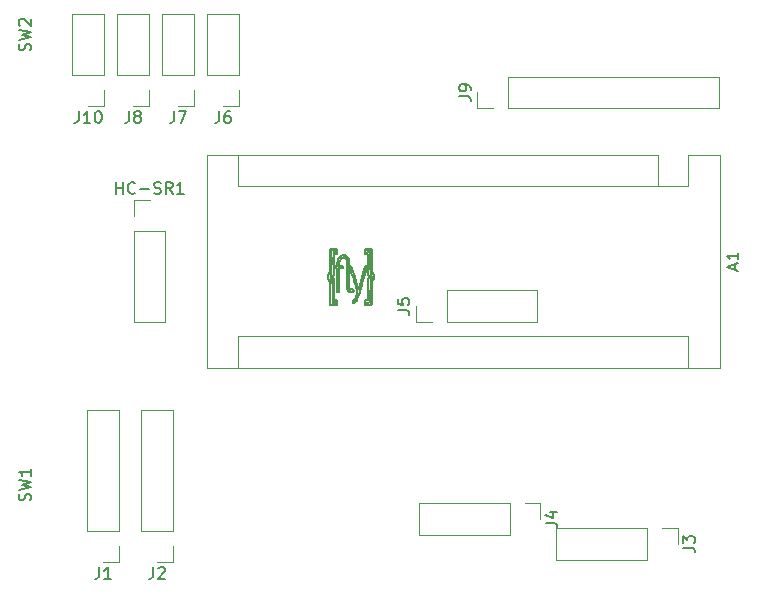
<source format=gbr>
G04 #@! TF.GenerationSoftware,KiCad,Pcbnew,(5.1.4-0-10_14)*
G04 #@! TF.CreationDate,2020-02-23T16:46:41+00:00*
G04 #@! TF.ProjectId,Bottom PCB,426f7474-6f6d-4205-9043-422e6b696361,rev?*
G04 #@! TF.SameCoordinates,Original*
G04 #@! TF.FileFunction,Legend,Top*
G04 #@! TF.FilePolarity,Positive*
%FSLAX46Y46*%
G04 Gerber Fmt 4.6, Leading zero omitted, Abs format (unit mm)*
G04 Created by KiCad (PCBNEW (5.1.4-0-10_14)) date 2020-02-23 16:46:41*
%MOMM*%
%LPD*%
G04 APERTURE LIST*
%ADD10C,0.120000*%
%ADD11C,0.200000*%
%ADD12C,0.150000*%
G04 APERTURE END LIST*
D10*
X150054000Y-94802000D02*
X150054000Y-93472000D01*
X151384000Y-94802000D02*
X150054000Y-94802000D01*
X152654000Y-94802000D02*
X152654000Y-92142000D01*
X152654000Y-92142000D02*
X160334000Y-92142000D01*
X152654000Y-94802000D02*
X160334000Y-94802000D01*
X160334000Y-94802000D02*
X160334000Y-92142000D01*
X160588000Y-110176000D02*
X160588000Y-111506000D01*
X159258000Y-110176000D02*
X160588000Y-110176000D01*
X157988000Y-110176000D02*
X157988000Y-112836000D01*
X157988000Y-112836000D02*
X150308000Y-112836000D01*
X157988000Y-110176000D02*
X150308000Y-110176000D01*
X150308000Y-110176000D02*
X150308000Y-112836000D01*
X175771000Y-98682000D02*
X175771000Y-80642000D01*
X132331000Y-98682000D02*
X175771000Y-98682000D01*
X132331000Y-80642000D02*
X132331000Y-98682000D01*
X135001000Y-83312000D02*
X135001000Y-80642000D01*
X170561000Y-83312000D02*
X135001000Y-83312000D01*
X170561000Y-83312000D02*
X170561000Y-80642000D01*
X135001000Y-96012000D02*
X135001000Y-98682000D01*
X173101000Y-96012000D02*
X135001000Y-96012000D01*
X173101000Y-96012000D02*
X173101000Y-98682000D01*
X175771000Y-80642000D02*
X173101000Y-80642000D01*
X170561000Y-80642000D02*
X132331000Y-80642000D01*
X173101000Y-83312000D02*
X173101000Y-80642000D01*
X170561000Y-83312000D02*
X173101000Y-83312000D01*
X142856000Y-90732000D02*
X142856000Y-91542000D01*
X142816000Y-91252000D02*
X142856000Y-90732000D01*
X142746000Y-91002000D02*
X142816000Y-91252000D01*
X143066000Y-88932000D02*
X142746000Y-91002000D01*
X143006000Y-88832000D02*
X143066000Y-88932000D01*
X143006000Y-93112000D02*
X143006000Y-88832000D01*
X143076000Y-93142000D02*
X143006000Y-93112000D01*
X143176000Y-93172000D02*
X143076000Y-93142000D01*
X143026000Y-93212000D02*
X143176000Y-93172000D01*
X143026000Y-93072000D02*
X143026000Y-93212000D01*
X143246000Y-93072000D02*
X143026000Y-93072000D01*
X143246000Y-93282000D02*
X143246000Y-93072000D01*
X142926000Y-93312000D02*
X143246000Y-93282000D01*
X142906000Y-88742000D02*
X142926000Y-93312000D01*
X143056000Y-88732000D02*
X142906000Y-88742000D01*
X143136000Y-88982000D02*
X143056000Y-88732000D01*
X143146000Y-88642000D02*
X143136000Y-88982000D01*
X143236000Y-88952000D02*
X143146000Y-88642000D01*
X143236000Y-88662000D02*
X143236000Y-88952000D01*
X146336000Y-91162000D02*
X146386000Y-90822000D01*
X146296000Y-90652000D02*
X146336000Y-91162000D01*
X146266000Y-91242000D02*
X146296000Y-90652000D01*
X146236000Y-90652000D02*
X146266000Y-91242000D01*
X146226000Y-93192000D02*
X146096000Y-89362000D01*
X146076000Y-93152000D02*
X146226000Y-93192000D01*
X146136000Y-91112000D02*
X146076000Y-93152000D01*
X146156000Y-93162000D02*
X146136000Y-91112000D01*
X146106000Y-89322000D02*
X146046000Y-88972000D01*
X146186000Y-88792000D02*
X146106000Y-89322000D01*
X145856000Y-88932000D02*
X146186000Y-88792000D01*
X146216000Y-88902000D02*
X145856000Y-88932000D01*
X145856000Y-88852000D02*
X146216000Y-88902000D01*
X146146000Y-88752000D02*
X145856000Y-88852000D01*
X145866000Y-88732000D02*
X146146000Y-88752000D01*
X146186000Y-88592000D02*
X145866000Y-88732000D01*
X146226000Y-93042000D02*
X146186000Y-88592000D01*
X145856000Y-93092000D02*
X146226000Y-93042000D01*
X146206000Y-93142000D02*
X145856000Y-93092000D01*
X145866000Y-93172000D02*
X146206000Y-93142000D01*
X146226000Y-93272000D02*
X145866000Y-93172000D01*
X145816000Y-93262000D02*
X146226000Y-93272000D01*
X144816000Y-93072000D02*
X145006000Y-92932000D01*
X144936000Y-92972000D02*
X144816000Y-93072000D01*
X145216000Y-92222000D02*
X144936000Y-92972000D01*
X145166000Y-91892000D02*
X145216000Y-92222000D01*
X144696000Y-92202000D02*
X144786000Y-92112000D01*
X144696000Y-92162000D02*
X144696000Y-92202000D01*
X144456000Y-92162000D02*
X144696000Y-92162000D01*
X144526000Y-92202000D02*
X144456000Y-92162000D01*
X144346000Y-92042000D02*
X144526000Y-92202000D01*
X144196000Y-89402000D02*
X144346000Y-92042000D01*
X143996000Y-89202000D02*
X144196000Y-89402000D01*
X143866000Y-89272000D02*
X143996000Y-89202000D01*
X143646000Y-89382000D02*
X143866000Y-89272000D01*
X143486000Y-90022000D02*
X143646000Y-89382000D01*
X143496000Y-90432000D02*
X143486000Y-90022000D01*
D11*
X142774282Y-90510160D02*
X142767879Y-90548140D01*
X142778893Y-90455200D02*
X142774282Y-90510160D01*
X142782148Y-90374200D02*
X142778893Y-90455200D01*
X142789797Y-88936700D02*
X142786976Y-89221640D01*
X142784209Y-90258160D02*
X142782148Y-90374200D01*
X142785348Y-90097950D02*
X142784209Y-90258160D01*
X146421363Y-91231680D02*
X146435473Y-91219680D01*
X146404973Y-91246540D02*
X146421363Y-91231680D01*
X146390763Y-91262110D02*
X146404973Y-91246540D01*
X146378613Y-91280180D02*
X146390763Y-91262110D01*
X146368363Y-91302590D02*
X146378613Y-91280180D01*
X146327553Y-89323851D02*
X146327073Y-89113570D01*
X146327663Y-89527140D02*
X146327553Y-89323851D01*
X146327663Y-89594910D02*
X146327663Y-89527140D01*
X146327663Y-89642700D02*
X146327663Y-89594910D01*
X146455433Y-90746270D02*
X146446003Y-90741110D01*
X146494333Y-90768520D02*
X146455433Y-90746270D01*
X146494333Y-91168530D02*
X146494333Y-90768520D01*
X146440193Y-91215730D02*
X146494333Y-91168530D01*
X146435473Y-91219680D02*
X146440193Y-91215730D01*
X146338513Y-90507500D02*
X146335863Y-90448790D01*
X146339933Y-90529470D02*
X146338513Y-90507500D01*
X146341553Y-90536590D02*
X146339933Y-90529470D01*
X146345683Y-90554160D02*
X146341553Y-90536590D01*
X146362663Y-90605860D02*
X146345683Y-90554160D01*
X146390653Y-90667990D02*
X146362663Y-90605860D01*
X146422613Y-90716810D02*
X146390653Y-90667990D01*
X146446003Y-90741110D02*
X146422613Y-90716810D01*
X142785837Y-89884520D02*
X142785348Y-90097950D01*
X142786000Y-89677700D02*
X142785837Y-89884520D01*
X146323973Y-88842090D02*
X146320943Y-88764450D01*
X146325933Y-88955740D02*
X146323973Y-88842090D01*
X146327073Y-89113570D02*
X146325933Y-88955740D01*
X146327893Y-89786200D02*
X146327663Y-89642700D01*
X146328643Y-89960740D02*
X146327893Y-89786200D01*
X146329833Y-90116450D02*
X146328643Y-89960740D01*
X146331463Y-90251100D02*
X146329833Y-90116450D01*
X146333473Y-90362590D02*
X146331463Y-90251100D01*
X146335863Y-90448790D02*
X146333473Y-90362590D01*
X146359733Y-91331290D02*
X146368363Y-91302590D01*
X146352683Y-91368020D02*
X146359733Y-91331290D01*
X146346933Y-91414670D02*
X146352683Y-91368020D01*
X142794191Y-88756250D02*
X142789797Y-88936700D01*
X144430413Y-90101850D02*
X144430413Y-90101850D01*
X144429443Y-90099570D02*
X144430413Y-90101850D01*
X144429663Y-90091540D02*
X144429443Y-90099570D01*
X144440293Y-90085140D02*
X144429663Y-90091540D01*
X144465733Y-90081880D02*
X144440293Y-90085140D01*
X144498623Y-90081020D02*
X144465733Y-90081880D01*
X144509643Y-90081020D02*
X144498623Y-90081020D01*
X144598503Y-90081020D02*
X144509643Y-90081020D01*
X144895693Y-91032410D02*
X144598503Y-90081020D01*
X144910683Y-91080200D02*
X144895693Y-91032410D01*
X144955703Y-91223750D02*
X144910683Y-91080200D01*
X145011973Y-91402630D02*
X144955703Y-91223750D01*
X145063293Y-91564960D02*
X145011973Y-91402630D01*
X145108373Y-91706880D02*
X145063293Y-91564960D01*
X145145973Y-91824350D02*
X145108373Y-91706880D01*
X145174773Y-91913430D02*
X145145973Y-91824350D01*
X145193663Y-91970230D02*
X145174773Y-91913430D01*
X145200223Y-91990030D02*
X145193663Y-91970230D01*
X145201253Y-91990740D02*
X145200223Y-91990030D01*
X145201253Y-91990740D02*
X145201253Y-91990740D01*
X145207983Y-91972730D02*
X145201253Y-91990740D01*
X145225463Y-91918310D02*
X145207983Y-91972730D01*
X145252363Y-91831290D02*
X145225463Y-91918310D01*
X145287513Y-91715560D02*
X145252363Y-91831290D01*
X145329833Y-91575040D02*
X145287513Y-91715560D01*
X145378013Y-91413590D02*
X145329833Y-91575040D01*
X145430913Y-91235100D02*
X145378013Y-91413590D01*
X145473273Y-91091430D02*
X145430913Y-91235100D01*
X145487393Y-91043530D02*
X145473273Y-91091430D01*
X145766583Y-90087960D02*
X145487393Y-91043530D01*
X145845733Y-90083780D02*
X145766583Y-90087960D01*
X145853333Y-90083290D02*
X145845733Y-90083780D01*
X145876223Y-90082920D02*
X145853333Y-90083290D01*
X145901403Y-90084270D02*
X145876223Y-90082920D01*
X145918543Y-90087470D02*
X145901403Y-90084270D01*
X145924893Y-90090950D02*
X145918543Y-90087470D01*
X145924893Y-90092140D02*
X145924893Y-90090950D01*
X145924893Y-90100170D02*
X145924893Y-90092140D01*
X145916043Y-90124250D02*
X145924893Y-90100170D01*
X145890823Y-90211450D02*
X145916043Y-90124250D01*
X145850893Y-90347670D02*
X145890823Y-90211450D01*
X145798153Y-90526970D02*
X145850893Y-90347670D01*
X145734293Y-90743340D02*
X145798153Y-90526970D01*
X145661223Y-90990740D02*
X145734293Y-90743340D01*
X145580593Y-91263140D02*
X145661223Y-90990740D01*
X145515873Y-91481780D02*
X145580593Y-91263140D01*
X145494333Y-91554660D02*
X145515873Y-91481780D01*
X145466123Y-91649430D02*
X145494333Y-91554660D01*
X145381203Y-91933820D02*
X145466123Y-91649430D01*
X145286763Y-92248660D02*
X145381203Y-91933820D01*
X145209393Y-92503976D02*
X145286763Y-92248660D01*
X145147593Y-92704769D02*
X145209393Y-92503976D01*
X145099803Y-92855865D02*
X145147593Y-92704769D01*
X145064433Y-92962201D02*
X145099803Y-92855865D01*
X145039963Y-93028662D02*
X145064433Y-92962201D01*
X145029823Y-93053131D02*
X145039963Y-93028662D01*
X145024873Y-93060183D02*
X145029823Y-93053131D01*
X145010983Y-93079932D02*
X145024873Y-93060183D01*
X144926623Y-93148887D02*
X145010983Y-93079932D01*
X144829453Y-93178239D02*
X144926623Y-93148887D01*
X144797123Y-93178239D02*
X144829453Y-93178239D01*
X144716553Y-93178239D02*
X144797123Y-93178239D01*
X144716553Y-92976850D02*
X144716553Y-93178239D01*
X144772113Y-92975439D02*
X144716553Y-92976850D01*
X144785233Y-92974951D02*
X144772113Y-92975439D01*
X144824473Y-92967410D02*
X144785233Y-92974951D01*
X144865153Y-92945546D02*
X144824473Y-92967410D01*
X144897483Y-92907082D02*
X144865153Y-92945546D01*
X144919193Y-92864003D02*
X144897483Y-92907082D01*
X144924893Y-92849083D02*
X144919193Y-92864003D01*
X144930693Y-92833404D02*
X144924893Y-92849083D01*
X144946973Y-92785986D02*
X144930693Y-92833404D01*
X144974153Y-92703142D02*
X144946973Y-92785986D01*
X145003983Y-92608794D02*
X144974153Y-92703142D01*
X145033893Y-92511029D02*
X145003983Y-92608794D01*
X145061503Y-92418039D02*
X145033893Y-92511029D01*
X145084233Y-92337910D02*
X145061503Y-92418039D01*
X145099693Y-92278880D02*
X145084233Y-92337910D01*
X145105443Y-92256530D02*
X145099693Y-92278880D01*
X145105443Y-92249090D02*
X145105443Y-92256530D01*
X145105443Y-92242420D02*
X145105443Y-92249090D01*
X145098273Y-92222460D02*
X145105443Y-92242420D01*
X145078043Y-92154750D02*
X145098273Y-92222460D01*
X145046583Y-92051720D02*
X145078043Y-92154750D01*
X145005623Y-91919020D02*
X145046583Y-92051720D01*
X144956963Y-91762430D02*
X145005623Y-91919020D01*
X144902483Y-91587740D02*
X144956963Y-91762430D01*
X144843893Y-91400570D02*
X144902483Y-91587740D01*
X144783013Y-91206720D02*
X144843893Y-91400570D01*
X144721713Y-91011850D02*
X144783013Y-91206720D01*
X144661703Y-90821740D02*
X144721713Y-91011850D01*
X144604793Y-90642160D02*
X144661703Y-90821740D01*
X144552873Y-90478750D02*
X144604793Y-90642160D01*
X144507683Y-90337250D02*
X144552873Y-90478750D01*
X144470943Y-90223490D02*
X144507683Y-90337250D01*
X144444643Y-90143090D02*
X144470943Y-90223490D01*
X144434273Y-90111990D02*
X144444643Y-90143090D01*
X144430413Y-90101850D02*
X144434273Y-90111990D01*
X143723503Y-89196310D02*
X143723503Y-89196310D01*
X143733643Y-89191530D02*
X143723503Y-89196310D01*
X143764843Y-89178840D02*
X143733643Y-89191530D01*
X143804233Y-89169340D02*
X143764843Y-89178840D01*
X143855333Y-89166360D02*
X143804233Y-89169340D01*
X143912733Y-89167660D02*
X143855333Y-89166360D01*
X143931833Y-89168530D02*
X143912733Y-89167660D01*
X143949463Y-89168960D02*
X143931833Y-89168530D01*
X144002473Y-89171780D02*
X143949463Y-89168960D01*
X144054553Y-89178070D02*
X144002473Y-89171780D01*
X144094863Y-89188220D02*
X144054553Y-89178070D01*
X144121833Y-89198910D02*
X144094863Y-89188220D01*
X144130463Y-89203250D02*
X144121833Y-89198910D01*
X144145973Y-89211390D02*
X144130463Y-89203250D01*
X144189653Y-89241660D02*
X144145973Y-89211390D01*
X144245843Y-89291790D02*
X144189653Y-89241660D01*
X144295053Y-89349740D02*
X144245843Y-89291790D01*
X144325113Y-89395361D02*
X144295053Y-89349740D01*
X144333193Y-89411590D02*
X144325113Y-89395361D01*
X144336623Y-89418310D02*
X144333193Y-89411590D01*
X144346653Y-89438660D02*
X144336623Y-89418310D01*
X144358433Y-89464920D02*
X144346653Y-89438660D01*
X144368733Y-89492160D02*
X144358433Y-89464920D01*
X144377583Y-89522310D02*
X144368733Y-89492160D01*
X144385073Y-89557200D02*
X144377583Y-89522310D01*
X144391363Y-89598700D02*
X144385073Y-89557200D01*
X144396513Y-89648670D02*
X144391363Y-89598700D01*
X144400753Y-89708950D02*
X144396513Y-89648670D01*
X144404003Y-89781430D02*
X144400753Y-89708950D01*
X144406503Y-89867960D02*
X144404003Y-89781430D01*
X144408343Y-89970450D02*
X144406503Y-89867960D01*
X144409543Y-90090670D02*
X144408343Y-89970450D01*
X144410343Y-90230540D02*
X144409543Y-90090670D01*
X144410773Y-90391890D02*
X144410343Y-90230540D01*
X144410943Y-90576630D02*
X144410773Y-90391890D01*
X144411003Y-90734070D02*
X144410943Y-90576630D01*
X144411003Y-90786590D02*
X144411003Y-90734070D01*
X144411003Y-90839320D02*
X144411003Y-90786590D01*
X144411003Y-90997680D02*
X144411003Y-90839320D01*
X144411113Y-91182360D02*
X144411003Y-90997680D01*
X144411483Y-91342410D02*
X144411113Y-91182360D01*
X144412253Y-91479780D02*
X144411483Y-91342410D01*
X144413443Y-91596320D02*
X144412253Y-91479780D01*
X144415233Y-91693860D02*
X144413443Y-91596320D01*
X144417723Y-91774380D02*
X144415233Y-91693860D01*
X144421043Y-91839700D02*
X144417723Y-91774380D01*
X144425323Y-91891670D02*
X144421043Y-91839700D01*
X144430643Y-91932200D02*
X144425323Y-91891670D01*
X144437153Y-91963240D02*
X144430643Y-91932200D01*
X144444963Y-91986560D02*
X144437153Y-91963240D01*
X144454183Y-92004090D02*
X144444963Y-91986560D01*
X144464933Y-92017700D02*
X144454183Y-92004090D01*
X144477343Y-92029310D02*
X144464933Y-92017700D01*
X144487983Y-92037880D02*
X144477343Y-92029310D01*
X144491573Y-92040760D02*
X144487983Y-92037880D01*
X144496833Y-92044670D02*
X144491573Y-92040760D01*
X144513803Y-92054920D02*
X144496833Y-92044670D01*
X144536483Y-92062790D02*
X144513803Y-92054920D01*
X144565143Y-92065120D02*
X144536483Y-92062790D01*
X144595403Y-92063820D02*
X144565143Y-92065120D01*
X144605443Y-92062950D02*
X144595403Y-92063820D01*
X144615863Y-92061870D02*
X144605443Y-92062950D01*
X144670003Y-92054600D02*
X144615863Y-92061870D01*
X144713083Y-92047330D02*
X144670003Y-92054600D01*
X144717973Y-92046290D02*
X144713083Y-92047330D01*
X144723123Y-92044880D02*
X144717973Y-92046290D01*
X144739233Y-92042390D02*
X144723123Y-92044880D01*
X144752153Y-92048360D02*
X144739233Y-92042390D01*
X144761093Y-92068920D02*
X144752153Y-92048360D01*
X144768413Y-92098760D02*
X144761093Y-92068920D01*
X144770693Y-92108790D02*
X144768413Y-92098760D01*
X144772653Y-92117910D02*
X144770693Y-92108790D01*
X144778233Y-92145360D02*
X144772653Y-92117910D01*
X144783013Y-92173790D02*
X144778233Y-92145360D01*
X144784643Y-92195330D02*
X144783013Y-92173790D01*
X144782843Y-92211390D02*
X144784643Y-92195330D01*
X144777263Y-92223160D02*
X144782843Y-92211390D01*
X144767553Y-92232000D02*
X144777263Y-92223160D01*
X144753443Y-92239270D02*
X144767553Y-92232000D01*
X144739343Y-92244640D02*
X144753443Y-92239270D01*
X144734623Y-92246270D02*
X144739343Y-92244640D01*
X144718453Y-92251320D02*
X144734623Y-92246270D01*
X144668163Y-92260490D02*
X144718453Y-92251320D01*
X144583523Y-92270580D02*
X144668163Y-92260490D01*
X144502583Y-92274380D02*
X144583523Y-92270580D01*
X144458903Y-92273020D02*
X144502583Y-92274380D01*
X144447143Y-92269930D02*
X144458903Y-92273020D01*
X144435473Y-92267050D02*
X144447143Y-92269930D01*
X144402753Y-92249580D02*
X144435473Y-92267050D01*
X144358053Y-92212420D02*
X144402753Y-92249580D01*
X144317193Y-92163050D02*
X144358053Y-92212420D01*
X144291373Y-92120890D02*
X144317193Y-92163050D01*
X144284583Y-92106030D02*
X144291373Y-92120890D01*
X144251273Y-92032410D02*
X144284583Y-92106030D01*
X144244333Y-90844910D02*
X144251273Y-92032410D01*
X144243843Y-90769380D02*
X144244333Y-90844910D01*
X144242163Y-90542820D02*
X144243843Y-90769380D01*
X144239833Y-90288860D02*
X144242163Y-90542820D01*
X144237273Y-90079990D02*
X144239833Y-90288860D01*
X144234403Y-89913270D02*
X144237273Y-90079990D01*
X144231263Y-89785770D02*
X144234403Y-89913270D01*
X144227733Y-89694520D02*
X144231263Y-89785770D01*
X144223723Y-89636460D02*
X144227733Y-89694520D01*
X144221543Y-89615310D02*
X144223723Y-89636460D01*
X144219323Y-89608790D02*
X144221543Y-89615310D01*
X144212593Y-89588990D02*
X144219323Y-89608790D01*
X144185083Y-89532090D02*
X144212593Y-89588990D01*
X144140163Y-89468340D02*
X144185083Y-89532090D01*
X144086723Y-89418420D02*
X144140163Y-89468340D01*
X144026943Y-89383270D02*
X144086723Y-89418420D01*
X143962973Y-89363781D02*
X144026943Y-89383270D01*
X143897053Y-89360910D02*
X143962973Y-89363781D01*
X143831303Y-89375610D02*
X143897053Y-89360910D01*
X143782473Y-89398671D02*
X143831303Y-89375610D01*
X143767933Y-89408820D02*
X143782473Y-89398671D01*
X143743953Y-89425790D02*
X143767933Y-89408820D01*
X143687363Y-89498340D02*
X143743953Y-89425790D01*
X143622593Y-89633590D02*
X143687363Y-89498340D01*
X143579457Y-89798790D02*
X143622593Y-89633590D01*
X143563777Y-89933390D02*
X143579457Y-89798790D01*
X143563777Y-89978270D02*
X143563777Y-89933390D01*
X143563777Y-90081020D02*
X143563777Y-89978270D01*
X143911003Y-90081020D02*
X143563777Y-90081020D01*
X143911003Y-90261570D02*
X143911003Y-90081020D01*
X143563777Y-90261570D02*
X143911003Y-90261570D01*
X143563777Y-92247680D02*
X143563777Y-90261570D01*
X143397111Y-92247680D02*
X143563777Y-92247680D01*
X143397111Y-90261570D02*
X143397111Y-92247680D01*
X143174889Y-90261570D02*
X143397111Y-90261570D01*
X143174889Y-90081020D02*
X143174889Y-90261570D01*
X143397111Y-90081020D02*
X143174889Y-90081020D01*
X143397111Y-89986560D02*
X143397111Y-90081020D01*
X143397111Y-89945060D02*
X143397111Y-89986560D01*
X143406008Y-89820540D02*
X143397111Y-89945060D01*
X143430965Y-89658600D02*
X143406008Y-89820540D01*
X143469159Y-89514070D02*
X143430965Y-89658600D01*
X143502797Y-89427160D02*
X143469159Y-89514070D01*
X143517933Y-89400460D02*
X143502797Y-89427160D01*
X143527373Y-89383480D02*
X143517933Y-89400460D01*
X143560576Y-89335310D02*
X143527373Y-89383480D01*
X143610273Y-89278560D02*
X143560576Y-89335310D01*
X143665173Y-89231680D02*
X143610273Y-89278560D01*
X143708253Y-89203790D02*
X143665173Y-89231680D01*
X143723503Y-89196310D02*
X143708253Y-89203790D01*
X145758223Y-88837960D02*
X145758223Y-88837960D01*
X145758223Y-88608790D02*
X145758223Y-88837960D01*
X146019343Y-88611560D02*
X145758223Y-88608790D01*
X146279053Y-88615740D02*
X146019343Y-88611560D01*
X146302653Y-88664350D02*
X146279053Y-88615740D01*
X146305043Y-88668910D02*
X146302653Y-88664350D01*
X146310473Y-88683770D02*
X146305043Y-88668910D01*
X146316483Y-88714420D02*
X146310473Y-88683770D01*
X146320943Y-88764450D02*
X146316483Y-88714420D01*
X142817087Y-88649750D02*
X142801950Y-88677210D01*
X146327983Y-92317670D02*
X146329123Y-92173460D01*
X146327663Y-92365740D02*
X146327983Y-92317670D01*
X146327073Y-92448747D02*
X146327663Y-92365740D01*
X146325163Y-92697879D02*
X146327073Y-92448747D01*
X146322513Y-92948964D02*
X146325163Y-92697879D01*
X146319043Y-93130658D02*
X146322513Y-92948964D01*
X146313943Y-93254574D02*
X146319043Y-93130658D01*
X146306513Y-93332428D02*
X146313943Y-93254574D01*
X146296193Y-93375830D02*
X146306513Y-93332428D01*
X142740535Y-91305410D02*
X142758711Y-91354560D01*
X142714602Y-91253920D02*
X142740535Y-91305410D01*
X142685793Y-91216980D02*
X142714602Y-91253920D01*
X142662735Y-91198700D02*
X142685793Y-91216980D01*
X142654055Y-91194890D02*
X142662735Y-91198700D01*
X142770266Y-91400290D02*
X142775421Y-91442180D01*
X142765818Y-91378381D02*
X142770266Y-91400290D01*
X142763755Y-91371271D02*
X142765818Y-91378381D01*
X142758711Y-91354560D02*
X142763755Y-91371271D01*
X142795386Y-93320221D02*
X142808190Y-93352881D01*
X142794355Y-93314361D02*
X142795386Y-93320221D01*
X142793269Y-93308447D02*
X142794355Y-93314361D01*
X142792782Y-93287126D02*
X142793269Y-93308447D01*
X142791262Y-93225819D02*
X142792782Y-93287126D01*
X142789851Y-93134239D02*
X142791262Y-93225819D01*
X142788604Y-93016401D02*
X142789851Y-93134239D01*
X142787519Y-92876156D02*
X142788604Y-93016401D01*
X142786705Y-92717464D02*
X142787519Y-92876156D01*
X142786162Y-92544179D02*
X142786705Y-92717464D01*
X142786000Y-92406161D02*
X142786162Y-92544179D01*
X142786000Y-92360210D02*
X142786000Y-92406161D01*
X142786000Y-92293200D02*
X142786000Y-92360210D01*
X143122589Y-91295210D02*
X143113311Y-91207160D01*
X143128448Y-91418790D02*
X143122589Y-91295210D01*
X143131593Y-91589530D02*
X143128448Y-91418790D01*
X143132951Y-91818920D02*
X143131593Y-91589530D01*
X143081247Y-91091490D02*
X143063180Y-91053290D01*
X143099802Y-91143090D02*
X143081247Y-91091490D01*
X143113311Y-91207160D02*
X143099802Y-91143090D01*
X143112389Y-93414350D02*
X143369333Y-93414350D01*
X143076907Y-93414350D02*
X143112389Y-93414350D01*
X142970462Y-93413645D02*
X143076907Y-93414350D01*
X143085695Y-88608790D02*
X142997316Y-88609820D01*
X143115155Y-88608790D02*
X143085695Y-88608790D01*
X143369333Y-88608790D02*
X143115155Y-88608790D01*
X143369333Y-89067130D02*
X143369333Y-88608790D01*
X143133222Y-89067130D02*
X143369333Y-89067130D01*
X143133222Y-89868500D02*
X143133222Y-89067130D01*
X143133222Y-89940670D02*
X143133222Y-89868500D01*
X143132897Y-90157180D02*
X143133222Y-89940670D01*
X143131431Y-90379310D02*
X143132897Y-90157180D01*
X143128068Y-90545530D02*
X143131431Y-90379310D01*
X143122099Y-90666570D02*
X143128068Y-90545530D01*
X143112714Y-90753000D02*
X143122099Y-90666570D01*
X145981153Y-90146880D02*
X145982773Y-90366340D01*
X145980553Y-89932850D02*
X145981153Y-90146880D01*
X145980443Y-89861560D02*
X145980553Y-89932850D01*
X145980443Y-89067130D02*
X145980443Y-89861560D01*
X146333693Y-91737210D02*
X146335913Y-91632500D01*
X146331953Y-91861020D02*
X146333693Y-91737210D01*
X146330483Y-92005820D02*
X146331953Y-91861020D01*
X146329123Y-92173460D02*
X146330483Y-92005820D01*
X145982183Y-91595220D02*
X145980723Y-91826180D01*
X145985543Y-91421890D02*
X145982183Y-91595220D01*
X145991513Y-91295420D02*
X145985543Y-91421890D01*
X142797773Y-88688980D02*
X142794191Y-88756250D01*
X142619333Y-91178240D02*
X142654055Y-91194890D01*
X142619333Y-90971320D02*
X142619333Y-91178240D01*
X142619333Y-90955100D02*
X142619333Y-90971320D01*
X142619441Y-90906490D02*
X142619333Y-90955100D01*
X142619929Y-90856570D02*
X142619441Y-90906490D01*
X142621123Y-90819460D02*
X142619929Y-90856570D01*
X142623293Y-90793140D02*
X142621123Y-90819460D01*
X142626711Y-90775570D02*
X142623293Y-90793140D01*
X142631594Y-90764670D02*
X142626711Y-90775570D01*
X142638321Y-90758320D02*
X142631594Y-90764670D01*
X142644832Y-90755340D02*
X142638321Y-90758320D01*
X142647110Y-90754630D02*
X142644832Y-90755340D01*
X142655248Y-90751980D02*
X142647110Y-90754630D01*
X142676950Y-90735250D02*
X142655248Y-90751980D01*
X142707006Y-90697660D02*
X142676950Y-90735250D01*
X142735164Y-90644430D02*
X142707006Y-90697660D01*
X142754478Y-90595070D02*
X142735164Y-90644430D01*
X142759633Y-90578250D02*
X142754478Y-90595070D01*
X142837377Y-88625450D02*
X142834232Y-88627840D01*
X142782148Y-91592790D02*
X142784047Y-91715720D01*
X142779326Y-91503980D02*
X142782148Y-91592790D01*
X142775421Y-91442180D02*
X142779326Y-91503980D01*
X142761965Y-90570820D02*
X142759633Y-90578250D01*
X142767879Y-90548140D02*
X142761965Y-90570820D01*
X146000963Y-90737430D02*
X146014023Y-90801390D01*
X145991893Y-90650780D02*
X146000963Y-90737430D01*
X145986083Y-90530670D02*
X145991893Y-90650780D01*
X145982773Y-90366340D02*
X145986083Y-90530670D01*
X143099205Y-90815560D02*
X143112714Y-90753000D01*
X143080814Y-90864860D02*
X143099205Y-90815560D01*
X143063180Y-90900090D02*
X143080814Y-90864860D01*
X146000903Y-91205040D02*
X145991513Y-91295420D01*
X146014403Y-91140100D02*
X146000903Y-91205040D01*
X142890655Y-93410173D02*
X142970462Y-93413645D01*
X142851212Y-93401438D02*
X142890655Y-93410173D01*
X142834773Y-93389991D02*
X142851212Y-93401438D01*
X142830433Y-93385162D02*
X142834773Y-93389991D01*
X142826582Y-93381310D02*
X142830433Y-93385162D01*
X142808190Y-93352881D02*
X142826582Y-93381310D01*
X145758223Y-92956017D02*
X145758223Y-93414350D01*
X145980443Y-92956017D02*
X145758223Y-92956017D01*
X142801950Y-88677210D02*
X142799889Y-88682420D01*
X142799889Y-88682420D02*
X142797773Y-88688980D01*
X145758223Y-89067130D02*
X145980443Y-89067130D01*
X145758223Y-88837960D02*
X145758223Y-89067130D01*
X142837377Y-88625450D02*
X142837377Y-88625450D01*
X142841501Y-88622630D02*
X142837377Y-88625450D01*
X142862226Y-88618130D02*
X142841501Y-88622630D01*
X142914255Y-88612920D02*
X142862226Y-88618130D01*
X142997316Y-88609820D02*
X142914255Y-88612920D01*
X145980443Y-92125450D02*
X145980443Y-92956017D01*
X145980443Y-92050630D02*
X145980443Y-92125450D01*
X145980723Y-91826180D02*
X145980443Y-92050630D01*
X142834232Y-88627840D02*
X142817087Y-88649750D01*
X146023843Y-93414350D02*
X146095793Y-93413591D01*
X145999863Y-93414350D02*
X146023843Y-93414350D01*
X145758223Y-93414350D02*
X145999863Y-93414350D01*
X143056833Y-90911590D02*
X143063180Y-90900090D01*
X143022111Y-90972670D02*
X143056833Y-90911590D01*
X143056833Y-91040770D02*
X143022111Y-90972670D01*
X143063180Y-91053290D02*
X143056833Y-91040770D01*
X146342323Y-91473060D02*
X146346933Y-91414670D01*
X146338683Y-91545040D02*
X146342323Y-91473060D01*
X146335913Y-91632500D02*
X146338683Y-91545040D01*
X146263753Y-93405995D02*
X146268523Y-93404151D01*
X146260983Y-93407026D02*
X146263753Y-93405995D01*
X146236573Y-93409034D02*
X146260983Y-93407026D01*
X146177653Y-93411692D02*
X146236573Y-93409034D01*
X146095793Y-93413591D02*
X146177653Y-93411692D01*
X146282153Y-93396501D02*
X146296193Y-93375830D01*
X146268523Y-93404151D02*
X146282153Y-93396501D01*
X146032803Y-91089810D02*
X146014403Y-91140100D01*
X146050433Y-91054860D02*
X146032803Y-91089810D01*
X146056833Y-91043530D02*
X146050433Y-91054860D01*
X146091553Y-90979610D02*
X146056833Y-91043530D01*
X146055413Y-90904640D02*
X146091553Y-90979610D01*
X146049233Y-90892000D02*
X146055413Y-90904640D01*
X146031933Y-90853530D02*
X146049233Y-90892000D01*
X146014023Y-90801390D02*
X146031933Y-90853530D01*
X142786976Y-89221640D02*
X142786000Y-89512000D01*
X143133222Y-92043580D02*
X143132951Y-91818920D01*
X143133222Y-92118510D02*
X143133222Y-92043580D01*
X143133222Y-92956017D02*
X143133222Y-92118510D01*
X143369333Y-92956017D02*
X143133222Y-92956017D01*
X143369333Y-93414350D02*
X143369333Y-92956017D01*
X142785837Y-92092300D02*
X142786000Y-92293200D01*
X142785240Y-91879850D02*
X142785837Y-92092300D01*
X142784047Y-91715720D02*
X142785240Y-91879850D01*
X142786000Y-89608790D02*
X142786000Y-89677700D01*
X142786000Y-89512000D02*
X142786000Y-89608790D01*
D10*
X172208500Y-112271500D02*
X172208500Y-113601500D01*
X170878500Y-112271500D02*
X172208500Y-112271500D01*
X169608500Y-112271500D02*
X169608500Y-114931500D01*
X169608500Y-114931500D02*
X161928500Y-114931500D01*
X169608500Y-112271500D02*
X161928500Y-112271500D01*
X161928500Y-112271500D02*
X161928500Y-114931500D01*
X123631000Y-76514000D02*
X122301000Y-76514000D01*
X123631000Y-75184000D02*
X123631000Y-76514000D01*
X123631000Y-73914000D02*
X120971000Y-73914000D01*
X120971000Y-73914000D02*
X120971000Y-68774000D01*
X123631000Y-73914000D02*
X123631000Y-68774000D01*
X123631000Y-68774000D02*
X120971000Y-68774000D01*
X126178000Y-84522000D02*
X127508000Y-84522000D01*
X126178000Y-85852000D02*
X126178000Y-84522000D01*
X126178000Y-87122000D02*
X128838000Y-87122000D01*
X128838000Y-87122000D02*
X128838000Y-94802000D01*
X126178000Y-87122000D02*
X126178000Y-94802000D01*
X126178000Y-94802000D02*
X128838000Y-94802000D01*
X129473000Y-115122000D02*
X128143000Y-115122000D01*
X129473000Y-113792000D02*
X129473000Y-115122000D01*
X129473000Y-112522000D02*
X126813000Y-112522000D01*
X126813000Y-112522000D02*
X126813000Y-102302000D01*
X129473000Y-112522000D02*
X129473000Y-102302000D01*
X129473000Y-102302000D02*
X126813000Y-102302000D01*
X124901000Y-115122000D02*
X123571000Y-115122000D01*
X124901000Y-113792000D02*
X124901000Y-115122000D01*
X124901000Y-112522000D02*
X122241000Y-112522000D01*
X122241000Y-112522000D02*
X122241000Y-102302000D01*
X124901000Y-112522000D02*
X124901000Y-102302000D01*
X124901000Y-102302000D02*
X122241000Y-102302000D01*
X127441000Y-76514000D02*
X126111000Y-76514000D01*
X127441000Y-75184000D02*
X127441000Y-76514000D01*
X127441000Y-73914000D02*
X124781000Y-73914000D01*
X124781000Y-73914000D02*
X124781000Y-68774000D01*
X127441000Y-73914000D02*
X127441000Y-68774000D01*
X127441000Y-68774000D02*
X124781000Y-68774000D01*
X131251000Y-76514000D02*
X129921000Y-76514000D01*
X131251000Y-75184000D02*
X131251000Y-76514000D01*
X131251000Y-73914000D02*
X128591000Y-73914000D01*
X128591000Y-73914000D02*
X128591000Y-68774000D01*
X131251000Y-73914000D02*
X131251000Y-68774000D01*
X131251000Y-68774000D02*
X128591000Y-68774000D01*
X135061000Y-76514000D02*
X133731000Y-76514000D01*
X135061000Y-75184000D02*
X135061000Y-76514000D01*
X135061000Y-73914000D02*
X132401000Y-73914000D01*
X132401000Y-73914000D02*
X132401000Y-68774000D01*
X135061000Y-73914000D02*
X135061000Y-68774000D01*
X135061000Y-68774000D02*
X132401000Y-68774000D01*
X155261000Y-76704500D02*
X155261000Y-75374500D01*
X156591000Y-76704500D02*
X155261000Y-76704500D01*
X157861000Y-76704500D02*
X157861000Y-74044500D01*
X157861000Y-74044500D02*
X175701000Y-74044500D01*
X157861000Y-76704500D02*
X175701000Y-76704500D01*
X175701000Y-76704500D02*
X175701000Y-74044500D01*
D12*
X148506380Y-93805333D02*
X149220666Y-93805333D01*
X149363523Y-93852952D01*
X149458761Y-93948190D01*
X149506380Y-94091047D01*
X149506380Y-94186285D01*
X148506380Y-92852952D02*
X148506380Y-93329142D01*
X148982571Y-93376761D01*
X148934952Y-93329142D01*
X148887333Y-93233904D01*
X148887333Y-92995809D01*
X148934952Y-92900571D01*
X148982571Y-92852952D01*
X149077809Y-92805333D01*
X149315904Y-92805333D01*
X149411142Y-92852952D01*
X149458761Y-92900571D01*
X149506380Y-92995809D01*
X149506380Y-93233904D01*
X149458761Y-93329142D01*
X149411142Y-93376761D01*
X161040380Y-111839333D02*
X161754666Y-111839333D01*
X161897523Y-111886952D01*
X161992761Y-111982190D01*
X162040380Y-112125047D01*
X162040380Y-112220285D01*
X161373714Y-110934571D02*
X162040380Y-110934571D01*
X160992761Y-111172666D02*
X161707047Y-111410761D01*
X161707047Y-110791714D01*
X177077666Y-90376285D02*
X177077666Y-89900095D01*
X177363380Y-90471523D02*
X176363380Y-90138190D01*
X177363380Y-89804857D01*
X177363380Y-88947714D02*
X177363380Y-89519142D01*
X177363380Y-89233428D02*
X176363380Y-89233428D01*
X176506238Y-89328666D01*
X176601476Y-89423904D01*
X176649095Y-89519142D01*
X172660880Y-113934833D02*
X173375166Y-113934833D01*
X173518023Y-113982452D01*
X173613261Y-114077690D01*
X173660880Y-114220547D01*
X173660880Y-114315785D01*
X172660880Y-113553880D02*
X172660880Y-112934833D01*
X173041833Y-113268166D01*
X173041833Y-113125309D01*
X173089452Y-113030071D01*
X173137071Y-112982452D01*
X173232309Y-112934833D01*
X173470404Y-112934833D01*
X173565642Y-112982452D01*
X173613261Y-113030071D01*
X173660880Y-113125309D01*
X173660880Y-113411023D01*
X173613261Y-113506261D01*
X173565642Y-113553880D01*
X121491476Y-76966380D02*
X121491476Y-77680666D01*
X121443857Y-77823523D01*
X121348619Y-77918761D01*
X121205761Y-77966380D01*
X121110523Y-77966380D01*
X122491476Y-77966380D02*
X121920047Y-77966380D01*
X122205761Y-77966380D02*
X122205761Y-76966380D01*
X122110523Y-77109238D01*
X122015285Y-77204476D01*
X121920047Y-77252095D01*
X123110523Y-76966380D02*
X123205761Y-76966380D01*
X123301000Y-77014000D01*
X123348619Y-77061619D01*
X123396238Y-77156857D01*
X123443857Y-77347333D01*
X123443857Y-77585428D01*
X123396238Y-77775904D01*
X123348619Y-77871142D01*
X123301000Y-77918761D01*
X123205761Y-77966380D01*
X123110523Y-77966380D01*
X123015285Y-77918761D01*
X122967666Y-77871142D01*
X122920047Y-77775904D01*
X122872428Y-77585428D01*
X122872428Y-77347333D01*
X122920047Y-77156857D01*
X122967666Y-77061619D01*
X123015285Y-77014000D01*
X123110523Y-76966380D01*
X124650857Y-83974380D02*
X124650857Y-82974380D01*
X124650857Y-83450571D02*
X125222285Y-83450571D01*
X125222285Y-83974380D02*
X125222285Y-82974380D01*
X126269904Y-83879142D02*
X126222285Y-83926761D01*
X126079428Y-83974380D01*
X125984190Y-83974380D01*
X125841333Y-83926761D01*
X125746095Y-83831523D01*
X125698476Y-83736285D01*
X125650857Y-83545809D01*
X125650857Y-83402952D01*
X125698476Y-83212476D01*
X125746095Y-83117238D01*
X125841333Y-83022000D01*
X125984190Y-82974380D01*
X126079428Y-82974380D01*
X126222285Y-83022000D01*
X126269904Y-83069619D01*
X126698476Y-83593428D02*
X127460380Y-83593428D01*
X127888952Y-83926761D02*
X128031809Y-83974380D01*
X128269904Y-83974380D01*
X128365142Y-83926761D01*
X128412761Y-83879142D01*
X128460380Y-83783904D01*
X128460380Y-83688666D01*
X128412761Y-83593428D01*
X128365142Y-83545809D01*
X128269904Y-83498190D01*
X128079428Y-83450571D01*
X127984190Y-83402952D01*
X127936571Y-83355333D01*
X127888952Y-83260095D01*
X127888952Y-83164857D01*
X127936571Y-83069619D01*
X127984190Y-83022000D01*
X128079428Y-82974380D01*
X128317523Y-82974380D01*
X128460380Y-83022000D01*
X129460380Y-83974380D02*
X129127047Y-83498190D01*
X128888952Y-83974380D02*
X128888952Y-82974380D01*
X129269904Y-82974380D01*
X129365142Y-83022000D01*
X129412761Y-83069619D01*
X129460380Y-83164857D01*
X129460380Y-83307714D01*
X129412761Y-83402952D01*
X129365142Y-83450571D01*
X129269904Y-83498190D01*
X128888952Y-83498190D01*
X130412761Y-83974380D02*
X129841333Y-83974380D01*
X130127047Y-83974380D02*
X130127047Y-82974380D01*
X130031809Y-83117238D01*
X129936571Y-83212476D01*
X129841333Y-83260095D01*
X127809666Y-115574380D02*
X127809666Y-116288666D01*
X127762047Y-116431523D01*
X127666809Y-116526761D01*
X127523952Y-116574380D01*
X127428714Y-116574380D01*
X128238238Y-115669619D02*
X128285857Y-115622000D01*
X128381095Y-115574380D01*
X128619190Y-115574380D01*
X128714428Y-115622000D01*
X128762047Y-115669619D01*
X128809666Y-115764857D01*
X128809666Y-115860095D01*
X128762047Y-116002952D01*
X128190619Y-116574380D01*
X128809666Y-116574380D01*
X123237666Y-115574380D02*
X123237666Y-116288666D01*
X123190047Y-116431523D01*
X123094809Y-116526761D01*
X122951952Y-116574380D01*
X122856714Y-116574380D01*
X124237666Y-116574380D02*
X123666238Y-116574380D01*
X123951952Y-116574380D02*
X123951952Y-115574380D01*
X123856714Y-115717238D01*
X123761476Y-115812476D01*
X123666238Y-115860095D01*
X125777666Y-76966380D02*
X125777666Y-77680666D01*
X125730047Y-77823523D01*
X125634809Y-77918761D01*
X125491952Y-77966380D01*
X125396714Y-77966380D01*
X126396714Y-77394952D02*
X126301476Y-77347333D01*
X126253857Y-77299714D01*
X126206238Y-77204476D01*
X126206238Y-77156857D01*
X126253857Y-77061619D01*
X126301476Y-77014000D01*
X126396714Y-76966380D01*
X126587190Y-76966380D01*
X126682428Y-77014000D01*
X126730047Y-77061619D01*
X126777666Y-77156857D01*
X126777666Y-77204476D01*
X126730047Y-77299714D01*
X126682428Y-77347333D01*
X126587190Y-77394952D01*
X126396714Y-77394952D01*
X126301476Y-77442571D01*
X126253857Y-77490190D01*
X126206238Y-77585428D01*
X126206238Y-77775904D01*
X126253857Y-77871142D01*
X126301476Y-77918761D01*
X126396714Y-77966380D01*
X126587190Y-77966380D01*
X126682428Y-77918761D01*
X126730047Y-77871142D01*
X126777666Y-77775904D01*
X126777666Y-77585428D01*
X126730047Y-77490190D01*
X126682428Y-77442571D01*
X126587190Y-77394952D01*
X129587666Y-76966380D02*
X129587666Y-77680666D01*
X129540047Y-77823523D01*
X129444809Y-77918761D01*
X129301952Y-77966380D01*
X129206714Y-77966380D01*
X129968619Y-76966380D02*
X130635285Y-76966380D01*
X130206714Y-77966380D01*
X133397666Y-76966380D02*
X133397666Y-77680666D01*
X133350047Y-77823523D01*
X133254809Y-77918761D01*
X133111952Y-77966380D01*
X133016714Y-77966380D01*
X134302428Y-76966380D02*
X134111952Y-76966380D01*
X134016714Y-77014000D01*
X133969095Y-77061619D01*
X133873857Y-77204476D01*
X133826238Y-77394952D01*
X133826238Y-77775904D01*
X133873857Y-77871142D01*
X133921476Y-77918761D01*
X134016714Y-77966380D01*
X134207190Y-77966380D01*
X134302428Y-77918761D01*
X134350047Y-77871142D01*
X134397666Y-77775904D01*
X134397666Y-77537809D01*
X134350047Y-77442571D01*
X134302428Y-77394952D01*
X134207190Y-77347333D01*
X134016714Y-77347333D01*
X133921476Y-77394952D01*
X133873857Y-77442571D01*
X133826238Y-77537809D01*
X153713380Y-75707833D02*
X154427666Y-75707833D01*
X154570523Y-75755452D01*
X154665761Y-75850690D01*
X154713380Y-75993547D01*
X154713380Y-76088785D01*
X154713380Y-75184023D02*
X154713380Y-74993547D01*
X154665761Y-74898309D01*
X154618142Y-74850690D01*
X154475285Y-74755452D01*
X154284809Y-74707833D01*
X153903857Y-74707833D01*
X153808619Y-74755452D01*
X153761000Y-74803071D01*
X153713380Y-74898309D01*
X153713380Y-75088785D01*
X153761000Y-75184023D01*
X153808619Y-75231642D01*
X153903857Y-75279261D01*
X154141952Y-75279261D01*
X154237190Y-75231642D01*
X154284809Y-75184023D01*
X154332428Y-75088785D01*
X154332428Y-74898309D01*
X154284809Y-74803071D01*
X154237190Y-74755452D01*
X154141952Y-74707833D01*
X117399761Y-109918333D02*
X117447380Y-109775476D01*
X117447380Y-109537380D01*
X117399761Y-109442142D01*
X117352142Y-109394523D01*
X117256904Y-109346904D01*
X117161666Y-109346904D01*
X117066428Y-109394523D01*
X117018809Y-109442142D01*
X116971190Y-109537380D01*
X116923571Y-109727857D01*
X116875952Y-109823095D01*
X116828333Y-109870714D01*
X116733095Y-109918333D01*
X116637857Y-109918333D01*
X116542619Y-109870714D01*
X116495000Y-109823095D01*
X116447380Y-109727857D01*
X116447380Y-109489761D01*
X116495000Y-109346904D01*
X116447380Y-109013571D02*
X117447380Y-108775476D01*
X116733095Y-108585000D01*
X117447380Y-108394523D01*
X116447380Y-108156428D01*
X117447380Y-107251666D02*
X117447380Y-107823095D01*
X117447380Y-107537380D02*
X116447380Y-107537380D01*
X116590238Y-107632619D01*
X116685476Y-107727857D01*
X116733095Y-107823095D01*
X117399761Y-71818333D02*
X117447380Y-71675476D01*
X117447380Y-71437380D01*
X117399761Y-71342142D01*
X117352142Y-71294523D01*
X117256904Y-71246904D01*
X117161666Y-71246904D01*
X117066428Y-71294523D01*
X117018809Y-71342142D01*
X116971190Y-71437380D01*
X116923571Y-71627857D01*
X116875952Y-71723095D01*
X116828333Y-71770714D01*
X116733095Y-71818333D01*
X116637857Y-71818333D01*
X116542619Y-71770714D01*
X116495000Y-71723095D01*
X116447380Y-71627857D01*
X116447380Y-71389761D01*
X116495000Y-71246904D01*
X116447380Y-70913571D02*
X117447380Y-70675476D01*
X116733095Y-70485000D01*
X117447380Y-70294523D01*
X116447380Y-70056428D01*
X116542619Y-69723095D02*
X116495000Y-69675476D01*
X116447380Y-69580238D01*
X116447380Y-69342142D01*
X116495000Y-69246904D01*
X116542619Y-69199285D01*
X116637857Y-69151666D01*
X116733095Y-69151666D01*
X116875952Y-69199285D01*
X117447380Y-69770714D01*
X117447380Y-69151666D01*
M02*

</source>
